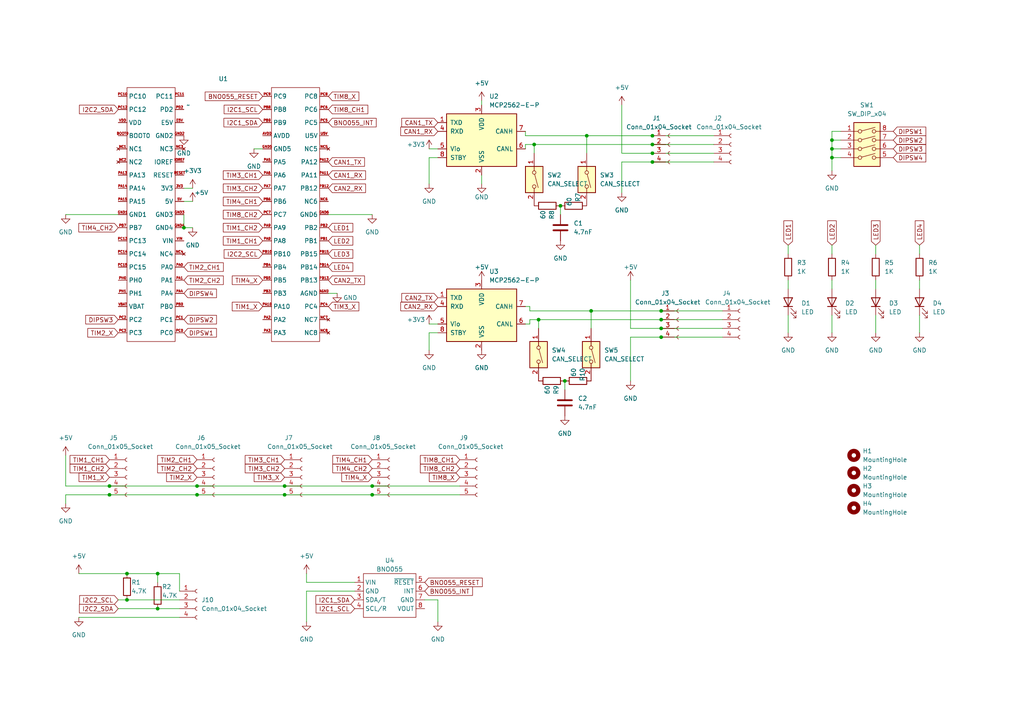
<source format=kicad_sch>
(kicad_sch (version 20230121) (generator eeschema)
  (paper "A4")
  (lib_symbols
    (symbol "BNO055_akituki:BNO055"
      (property "Reference" "U" (at 0 7.62 0))
      (symbol "BNO055_0_1"
        (rectangle (start -7.62 5.08) (end 7.62 -7.62))
      )
      (symbol "BNO055_1_1"
        (pin power_in line (at -10.16 2.54 0) (length 2.54) (name "VIN") (number "1"))
        (pin power_in line (at -10.16 0 0) (length 2.54) (name "GND") (number "2"))
        (pin input line (at -10.16 -2.54 0) (length 2.54) (name "SDA/T") (number "3"))
        (pin input line (at -10.16 -5.08 0) (length 2.54) (name "SCL/R") (number "4"))
        (pin input line (at 10.16 2.54 180) (length 2.54) (name "~{RESET}") (number "5"))
        (pin input line (at 10.16 0 180) (length 2.54) (name "INT") (number "6"))
        (pin power_in line (at 10.16 -2.54 180) (length 2.54) (name "GND") (number "7"))
        (pin output line (at 10.16 -5.08 180) (length 2.54) (name "VOUT") (number "8"))
      )
    )
    (symbol "Connector:Conn_01x04_Socket" (pin_names (offset 1.016) hide)
      (property "Reference" "J" (at 0 5.08 0))
      (property "Value" "Conn_01x04_Socket" (at 0 -7.62 0))
      (symbol "Conn_01x04_Socket_1_1"
        (arc (start 0 -4.572) (mid -0.5058 -5.08) (end 0 -5.588) (stroke (width 0.1524)))
        (arc (start 0 -2.032) (mid -0.5058 -2.54) (end 0 -3.048) (stroke (width 0.1524)))
        (polyline (pts (xy -1.27 -5.08) (xy -0.508 -5.08)) (stroke (width 0.1524)))
        (polyline (pts (xy -1.27 -2.54) (xy -0.508 -2.54)) (stroke (width 0.1524)))
        (polyline (pts (xy -1.27 0) (xy -0.508 0)) (stroke (width 0.1524)))
        (polyline (pts (xy -1.27 2.54) (xy -0.508 2.54)) (stroke (width 0.1524)))
        (arc (start 0 0.508) (mid -0.5058 0) (end 0 -0.508) (stroke (width 0.1524)))
        (arc (start 0 3.048) (mid -0.5058 2.54) (end 0 2.032) (stroke (width 0.1524)))
        (pin passive line (at -5.08 2.54 0) (length 3.81) (name "Pin_1") (number "1"))
        (pin passive line (at -5.08 0 0) (length 3.81) (name "Pin_2") (number "2"))
        (pin passive line (at -5.08 -2.54 0) (length 3.81) (name "Pin_3") (number "3"))
        (pin passive line (at -5.08 -5.08 0) (length 3.81) (name "Pin_4") (number "4"))
      )
    )
    (symbol "Connector:Conn_01x05_Socket" (pin_names (offset 1.016) hide)
      (property "Reference" "J" (at 0 7.62 0))
      (property "Value" "Conn_01x05_Socket" (at 0 -7.62 0))
      (symbol "Conn_01x05_Socket_1_1"
        (arc (start 0 -4.572) (mid -0.5058 -5.08) (end 0 -5.588) (stroke (width 0.1524)))
        (arc (start 0 -2.032) (mid -0.5058 -2.54) (end 0 -3.048) (stroke (width 0.1524)))
        (polyline (pts (xy -1.27 -5.08) (xy -0.508 -5.08)) (stroke (width 0.1524)))
        (polyline (pts (xy -1.27 -2.54) (xy -0.508 -2.54)) (stroke (width 0.1524)))
        (polyline (pts (xy -1.27 0) (xy -0.508 0)) (stroke (width 0.1524)))
        (polyline (pts (xy -1.27 2.54) (xy -0.508 2.54)) (stroke (width 0.1524)))
        (polyline (pts (xy -1.27 5.08) (xy -0.508 5.08)) (stroke (width 0.1524)))
        (arc (start 0 0.508) (mid -0.5058 0) (end 0 -0.508) (stroke (width 0.1524)))
        (arc (start 0 3.048) (mid -0.5058 2.54) (end 0 2.032) (stroke (width 0.1524)))
        (arc (start 0 5.588) (mid -0.5058 5.08) (end 0 4.572) (stroke (width 0.1524)))
        (pin passive line (at -5.08 5.08 0) (length 3.81) (name "Pin_1") (number "1"))
        (pin passive line (at -5.08 2.54 0) (length 3.81) (name "Pin_2") (number "2"))
        (pin passive line (at -5.08 0 0) (length 3.81) (name "Pin_3") (number "3"))
        (pin passive line (at -5.08 -2.54 0) (length 3.81) (name "Pin_4") (number "4"))
        (pin passive line (at -5.08 -5.08 0) (length 3.81) (name "Pin_5") (number "5"))
      )
    )
    (symbol "Device:C" (pin_numbers hide) (pin_names (offset 0.254))
      (property "Reference" "C" (at 0.635 2.54 0))
      (property "Value" "C" (at 0.635 -2.54 0))
      (symbol "C_0_1"
        (polyline (pts (xy -2.032 -0.762) (xy 2.032 -0.762)) (stroke (width 0.508)))
        (polyline (pts (xy -2.032 0.762) (xy 2.032 0.762)) (stroke (width 0.508)))
      )
      (symbol "C_1_1"
        (pin passive line (at 0 3.81 270) (length 2.794) (name "~") (number "1"))
        (pin passive line (at 0 -3.81 90) (length 2.794) (name "~") (number "2"))
      )
    )
    (symbol "Device:LED" (pin_numbers hide) (pin_names (offset 1.016) hide)
      (property "Reference" "D" (at 0 2.54 0))
      (property "Value" "LED" (at 0 -2.54 0))
      (symbol "LED_0_1"
        (polyline (pts (xy -1.27 -1.27) (xy -1.27 1.27)) (stroke (width 0.254)))
        (polyline (pts (xy -1.27 0) (xy 1.27 0)))
        (polyline (pts (xy 1.27 -1.27) (xy 1.27 1.27) (xy -1.27 0) (xy 1.27 -1.27)) (stroke (width 0.254)))
        (polyline (pts (xy -3.048 -0.762) (xy -4.572 -2.286) (xy -3.81 -2.286) (xy -4.572 -2.286) (xy -4.572 -1.524)))
        (polyline (pts (xy -1.778 -0.762) (xy -3.302 -2.286) (xy -2.54 -2.286) (xy -3.302 -2.286) (xy -3.302 -1.524)))
      )
      (symbol "LED_1_1"
        (pin passive line (at -3.81 0 0) (length 2.54) (name "K") (number "1"))
        (pin passive line (at 3.81 0 180) (length 2.54) (name "A") (number "2"))
      )
    )
    (symbol "Device:R" (pin_numbers hide) (pin_names (offset 0))
      (property "Reference" "R" (at 2.032 0 90))
      (property "Value" "R" (at 0 0 90))
      (symbol "R_0_1"
        (rectangle (start -1.016 -2.54) (end 1.016 2.54) (stroke (width 0.254)))
      )
      (symbol "R_1_1"
        (pin passive line (at 0 3.81 270) (length 1.27) (name "~") (number "1"))
        (pin passive line (at 0 -3.81 90) (length 1.27) (name "~") (number "2"))
      )
    )
    (symbol "Interface_CAN_LIN:MCP2562-E-P" (pin_names (offset 1.016))
      (property "Reference" "U" (at -10.16 8.89 0))
      (property "Value" "MCP2562-E-P" (at 2.54 8.89 0))
      (symbol "MCP2562-E-P_0_1"
        (rectangle (start -10.16 7.62) (end 10.16 -7.62) (stroke (width 0.254)) (fill (type background)))
      )
      (symbol "MCP2562-E-P_1_1"
        (pin input line (at -12.7 5.08 0) (length 2.54) (name "TXD") (number "1"))
        (pin power_in line (at 0 -10.16 90) (length 2.54) (name "VSS") (number "2"))
        (pin power_in line (at 0 10.16 270) (length 2.54) (name "VDD") (number "3"))
        (pin output line (at -12.7 2.54 0) (length 2.54) (name "RXD") (number "4"))
        (pin power_in line (at -12.7 -2.54 0) (length 2.54) (name "Vio") (number "5"))
        (pin bidirectional line (at 12.7 -2.54 180) (length 2.54) (name "CANL") (number "6"))
        (pin bidirectional line (at 12.7 2.54 180) (length 2.54) (name "CANH") (number "7"))
        (pin input line (at -12.7 -5.08 0) (length 2.54) (name "STBY") (number "8"))
      )
    )
    (symbol "Mechanical:MountingHole" (pin_names (offset 1.016))
      (property "Reference" "H" (at 0 5.08 0))
      (property "Value" "MountingHole" (at 0 3.175 0))
      (symbol "MountingHole_0_1"
        (circle (center 0 0) (radius 1.27) (stroke (width 1.27)))
      )
    )
    (symbol "Nucleo_F446RE_Footer_original:NucleoF446RE_original"
      (property "Reference" "U" (at 0 36.83 0))
      (symbol "NucleoF446RE_original_0_1"
        (rectangle (start -27.94 33.02) (end -13.97 -40.64))
        (rectangle (start 13.97 33.02) (end 27.94 -40.64))
      )
      (symbol "NucleoF446RE_original_1_1"
        (pin power_in line (at -11.43 3.81 180) (length 2.54) (name "3V3") (number "3V3"))
        (pin power_in line (at -11.43 0 180) (length 2.54) (name "5V") (number "5V"))
        (pin power_in line (at 30.48 -26.67 180) (length 2.54) (name "AGND") (number "AGND"))
        (pin power_in line (at 11.43 19.05 0) (length 2.54) (name "AVDD") (number "AVDD"))
        (pin bidirectional line (at -30.48 19.05 0) (length 2.54) (name "BOOT0") (number "BOOT0"))
        (pin power_in line (at -11.43 22.86 180) (length 2.54) (name "E5V") (number "E5V"))
        (pin power_in line (at -30.48 -3.81 0) (length 2.54) (name "GND1") (number "GND1"))
        (pin power_in line (at -11.43 19.05 180) (length 2.54) (name "GND2") (number "GND2"))
        (pin power_in line (at -11.43 -3.81 180) (length 2.54) (name "GND3") (number "GND3"))
        (pin power_in line (at -11.43 -7.62 180) (length 2.54) (name "GND4") (number "GND4"))
        (pin power_in line (at 11.43 15.24 0) (length 2.54) (name "GND5") (number "GND5"))
        (pin power_in line (at 30.48 -3.81 180) (length 2.54) (name "GND6") (number "GND6"))
        (pin input line (at -11.43 11.43 180) (length 2.54) (name "IOREF") (number "IOREF"))
        (pin no_connect line (at -30.48 15.24 0) (length 2.54) (name "NC1") (number "NC1"))
        (pin no_connect line (at -30.48 11.43 0) (length 2.54) (name "NC2") (number "NC2"))
        (pin no_connect line (at -11.43 15.24 180) (length 2.54) (name "NC3") (number "NC3"))
        (pin no_connect line (at -11.43 -15.24 180) (length 2.54) (name "NC4") (number "NC4"))
        (pin no_connect line (at 30.48 15.24 180) (length 2.54) (name "NC5") (number "NC5"))
        (pin bidirectional line (at 30.48 0 180) (length 2.54) (name "NC6") (number "NC6"))
        (pin no_connect line (at 30.48 -34.29 180) (length 2.54) (name "NC7") (number "NC7"))
        (pin no_connect line (at 30.48 -38.1 180) (length 2.54) (name "NC8") (number "NC8"))
        (pin bidirectional line (at -11.43 -19.05 180) (length 2.54) (name "PA0") (number "PA0"))
        (pin bidirectional line (at -11.43 -22.86 180) (length 2.54) (name "PA1") (number "PA1"))
        (pin bidirectional line (at 11.43 -30.48 0) (length 2.54) (name "PA10") (number "PA10"))
        (pin bidirectional line (at 30.48 7.62 180) (length 2.54) (name "PA11") (number "PA11"))
        (pin bidirectional line (at 30.48 11.43 180) (length 2.54) (name "PA12") (number "PA12"))
        (pin bidirectional line (at -30.48 7.62 0) (length 2.54) (name "PA13") (number "PA13"))
        (pin bidirectional line (at -30.48 3.81 0) (length 2.54) (name "PA14") (number "PA14"))
        (pin bidirectional line (at -30.48 0 0) (length 2.54) (name "PA15") (number "PA15"))
        (pin bidirectional line (at 11.43 -34.29 0) (length 2.54) (name "PA2") (number "PA2"))
        (pin bidirectional line (at 11.43 -38.1 0) (length 2.54) (name "PA3") (number "PA3"))
        (pin bidirectional line (at -11.43 -26.67 180) (length 2.54) (name "PA4") (number "PA4"))
        (pin bidirectional line (at 11.43 11.43 0) (length 2.54) (name "PA5") (number "PA5"))
        (pin bidirectional line (at 11.43 7.62 0) (length 2.54) (name "PA6") (number "PA6"))
        (pin bidirectional line (at 11.43 3.81 0) (length 2.54) (name "PA7") (number "PA7"))
        (pin bidirectional line (at 11.43 -11.43 0) (length 2.54) (name "PA8") (number "PA8"))
        (pin bidirectional line (at 11.43 -7.62 0) (length 2.54) (name "PA9") (number "PA9"))
        (pin bidirectional line (at -11.43 -30.48 180) (length 2.54) (name "PB0") (number "PB0"))
        (pin bidirectional line (at 30.48 -11.43 180) (length 2.54) (name "PB1") (number "PB1"))
        (pin bidirectional line (at 11.43 -15.24 0) (length 2.54) (name "PB10") (number "PB10"))
        (pin bidirectional line (at 30.48 3.81 180) (length 2.54) (name "PB12") (number "PB12"))
        (pin bidirectional line (at 30.48 -22.86 180) (length 2.54) (name "PB13") (number "PB13"))
        (pin bidirectional line (at 30.48 -19.05 180) (length 2.54) (name "PB14") (number "PB14"))
        (pin bidirectional line (at 30.48 -15.24 180) (length 2.54) (name "PB15") (number "PB15"))
        (pin bidirectional line (at 30.48 -7.62 180) (length 2.54) (name "PB2") (number "PB2"))
        (pin bidirectional line (at 11.43 -26.67 0) (length 2.54) (name "PB3") (number "PB3"))
        (pin bidirectional line (at 11.43 -19.05 0) (length 2.54) (name "PB4") (number "PB4"))
        (pin bidirectional line (at 11.43 -22.86 0) (length 2.54) (name "PB5") (number "PB5"))
        (pin bidirectional line (at 11.43 0 0) (length 2.54) (name "PB6") (number "PB6"))
        (pin bidirectional line (at -30.48 -7.62 0) (length 2.54) (name "PB7") (number "PB7"))
        (pin bidirectional line (at 11.43 26.67 0) (length 2.54) (name "PB8") (number "PB8"))
        (pin bidirectional line (at 11.43 22.86 0) (length 2.54) (name "PB9") (number "PB9"))
        (pin bidirectional line (at -11.43 -38.1 180) (length 2.54) (name "PC0") (number "PC0"))
        (pin bidirectional line (at -11.43 -34.29 180) (length 2.54) (name "PC1") (number "PC1"))
        (pin bidirectional line (at -30.48 30.48 0) (length 2.54) (name "PC10") (number "PC10"))
        (pin bidirectional line (at -11.43 30.48 180) (length 2.54) (name "PC11") (number "PC11"))
        (pin bidirectional line (at -30.48 26.67 0) (length 2.54) (name "PC12") (number "PC12"))
        (pin bidirectional line (at -30.48 -11.43 0) (length 2.54) (name "PC13") (number "PC13"))
        (pin bidirectional line (at -30.48 -15.24 0) (length 2.54) (name "PC14") (number "PC14"))
        (pin bidirectional line (at -30.48 -19.05 0) (length 2.54) (name "PC15") (number "PC15"))
        (pin bidirectional line (at -30.48 -34.29 0) (length 2.54) (name "PC2") (number "PC2"))
        (pin bidirectional line (at -30.48 -38.1 0) (length 2.54) (name "PC3") (number "PC3"))
        (pin bidirectional line (at 30.48 -30.48 180) (length 2.54) (name "PC4") (number "PC4"))
        (pin bidirectional line (at 30.48 22.86 180) (length 2.54) (name "PC5") (number "PC5"))
        (pin bidirectional line (at 30.48 26.67 180) (length 2.54) (name "PC6") (number "PC6"))
        (pin bidirectional line (at 11.43 -3.81 0) (length 2.54) (name "PC7") (number "PC7"))
        (pin bidirectional line (at 30.48 30.48 180) (length 2.54) (name "PC8") (number "PC8"))
        (pin bidirectional line (at 11.43 30.48 0) (length 2.54) (name "PC9") (number "PC9"))
        (pin bidirectional line (at -11.43 26.67 180) (length 2.54) (name "PD2") (number "PD2"))
        (pin bidirectional line (at -30.48 -22.86 0) (length 2.54) (name "PH0") (number "PH0"))
        (pin bidirectional line (at -30.48 -26.67 0) (length 2.54) (name "PH1") (number "PH1"))
        (pin input line (at -11.43 7.62 180) (length 2.54) (name "RESET") (number "RESET"))
        (pin power_in line (at 30.48 19.05 180) (length 2.54) (name "U5V") (number "U5V"))
        (pin power_in line (at -30.48 -30.48 0) (length 2.54) (name "VBAT") (number "VBAT"))
        (pin power_in line (at -30.48 22.86 0) (length 2.54) (name "VDD") (number "VDD"))
        (pin power_in line (at -11.43 -11.43 180) (length 2.54) (name "VIN") (number "VIN"))
      )
    )
    (symbol "Switch:SW_DIP_x01" (pin_names (offset 0) hide)
      (property "Reference" "SW" (at 0 3.81 0))
      (property "Value" "SW_DIP_x01" (at 0 -3.81 0))
      (symbol "SW_DIP_x01_0_0"
        (circle (center -2.032 0) (radius 0.508))
        (polyline (pts (xy -1.524 0.127) (xy 2.3622 1.1684)))
        (circle (center 2.032 0) (radius 0.508))
      )
      (symbol "SW_DIP_x01_0_1"
        (rectangle (start -3.81 2.54) (end 3.81 -2.54) (stroke (width 0.254)) (fill (type background)))
      )
      (symbol "SW_DIP_x01_1_1"
        (pin passive line (at -7.62 0 0) (length 5.08) (name "~") (number "1"))
        (pin passive line (at 7.62 0 180) (length 5.08) (name "~") (number "2"))
      )
    )
    (symbol "Switch:SW_DIP_x04" (pin_names (offset 0) hide)
      (property "Reference" "SW" (at 0 8.89 0))
      (property "Value" "SW_DIP_x04" (at 0 -6.35 0))
      (symbol "SW_DIP_x04_0_0"
        (circle (center -2.032 -2.54) (radius 0.508))
        (circle (center -2.032 0) (radius 0.508))
        (circle (center -2.032 2.54) (radius 0.508))
        (circle (center -2.032 5.08) (radius 0.508))
        (polyline (pts (xy -1.524 -2.3876) (xy 2.3622 -1.3462)))
        (polyline (pts (xy -1.524 0.127) (xy 2.3622 1.1684)))
        (polyline (pts (xy -1.524 2.667) (xy 2.3622 3.7084)))
        (polyline (pts (xy -1.524 5.207) (xy 2.3622 6.2484)))
        (circle (center 2.032 -2.54) (radius 0.508))
        (circle (center 2.032 0) (radius 0.508))
        (circle (center 2.032 2.54) (radius 0.508))
        (circle (center 2.032 5.08) (radius 0.508))
      )
      (symbol "SW_DIP_x04_0_1"
        (rectangle (start -3.81 7.62) (end 3.81 -5.08) (stroke (width 0.254)) (fill (type background)))
      )
      (symbol "SW_DIP_x04_1_1"
        (pin passive line (at -7.62 5.08 0) (length 5.08) (name "~") (number "1"))
        (pin passive line (at -7.62 2.54 0) (length 5.08) (name "~") (number "2"))
        (pin passive line (at -7.62 0 0) (length 5.08) (name "~") (number "3"))
        (pin passive line (at -7.62 -2.54 0) (length 5.08) (name "~") (number "4"))
        (pin passive line (at 7.62 -2.54 180) (length 5.08) (name "~") (number "5"))
        (pin passive line (at 7.62 0 180) (length 5.08) (name "~") (number "6"))
        (pin passive line (at 7.62 2.54 180) (length 5.08) (name "~") (number "7"))
        (pin passive line (at 7.62 5.08 180) (length 5.08) (name "~") (number "8"))
      )
    )
    (symbol "power:+3V3" (power) (pin_names (offset 0))
      (property "Value" "+3V3" (at 0 3.556 0))
      (symbol "+3V3_0_1"
        (polyline (pts (xy -0.762 1.27) (xy 0 2.54)))
        (polyline (pts (xy 0 0) (xy 0 2.54)))
        (polyline (pts (xy 0 2.54) (xy 0.762 1.27)))
      )
      (symbol "+3V3_1_1"
        (pin power_in line (at 0 0 90) (length 0) hide (name "+3V3") (number "1"))
      )
    )
    (symbol "power:+5V" (power) (pin_names (offset 0))
      (property "Value" "+5V" (at 0 3.556 0))
      (symbol "+5V_0_1"
        (polyline (pts (xy -0.762 1.27) (xy 0 2.54)))
        (polyline (pts (xy 0 0) (xy 0 2.54)))
        (polyline (pts (xy 0 2.54) (xy 0.762 1.27)))
      )
      (symbol "+5V_1_1"
        (pin power_in line (at 0 0 90) (length 0) hide (name "+5V") (number "1"))
      )
    )
    (symbol "power:GND" (power) (pin_names (offset 0))
      (property "Value" "GND" (at 0 -3.81 0))
      (symbol "GND_0_1"
        (polyline (pts (xy 0 0) (xy 0 -1.27) (xy 1.27 -1.27) (xy 0 -2.54) (xy -1.27 -1.27) (xy 0 -1.27)))
      )
      (symbol "GND_1_1"
        (pin power_in line (at 0 0 270) (length 0) hide (name "GND") (number "1"))
      )
    )
  )
  (junction (at 191.77 92.71))
  (junction (at 82.55 143.51))
  (junction (at 57.15 140.97))
  (junction (at 31.75 140.97))
  (junction (at 189.23 46.99))
  (junction (at 170.18 39.37))
  (junction (at 191.77 95.25))
  (junction (at 82.55 140.97))
  (junction (at 189.23 41.91))
  (junction (at 163.83 110.49))
  (junction (at 189.23 44.45))
  (junction (at 53.34 66.04))
  (junction (at 191.77 90.17))
  (junction (at 241.3 45.72))
  (junction (at 107.95 140.97))
  (junction (at 171.45 90.17))
  (junction (at 189.23 39.37))
  (junction (at 191.77 97.79))
  (junction (at 154.94 41.91))
  (junction (at 45.72 176.53))
  (junction (at 57.15 143.51))
  (junction (at 156.21 92.71))
  (junction (at 45.72 166.37))
  (junction (at 162.56 59.69))
  (junction (at 241.3 40.64))
  (junction (at 241.3 43.18))
  (junction (at 36.83 166.37))
  (junction (at 36.83 173.99))
  (junction (at 31.75 143.51))
  (junction (at 107.95 143.51))
  (wire (pts (xy 182.88 81.28) (xy 182.88 95.25)))
  (wire (pts (xy 241.3 38.1) (xy 241.3 40.64)))
  (wire (pts (xy 228.6 81.28) (xy 228.6 83.82)))
  (wire (pts (xy 152.4 39.37) (xy 170.18 39.37)))
  (wire (pts (xy 162.56 59.69) (xy 162.56 62.23)))
  (wire (pts (xy 171.45 90.17) (xy 191.77 90.17)))
  (wire (pts (xy 124.46 96.52) (xy 127 96.52)))
  (wire (pts (xy 88.9 171.45) (xy 102.87 171.45)))
  (wire (pts (xy 34.29 173.99) (xy 36.83 173.99)))
  (wire (pts (xy 139.7 29.21) (xy 139.7 30.48)))
  (wire (pts (xy 170.18 39.37) (xy 170.18 44.45)))
  (wire (pts (xy 124.46 93.98) (xy 127 93.98)))
  (wire (pts (xy 241.3 45.72) (xy 241.3 49.53)))
  (wire (pts (xy 241.3 45.72) (xy 243.84 45.72)))
  (wire (pts (xy 95.25 62.23) (xy 107.95 62.23)))
  (wire (pts (xy 254 91.44) (xy 254 96.52)))
  (wire (pts (xy 22.86 166.37) (xy 36.83 166.37)))
  (wire (pts (xy 266.7 71.12) (xy 266.7 73.66)))
  (wire (pts (xy 241.3 43.18) (xy 241.3 45.72)))
  (wire (pts (xy 180.34 44.45) (xy 189.23 44.45)))
  (wire (pts (xy 124.46 43.18) (xy 127 43.18)))
  (wire (pts (xy 19.05 140.97) (xy 31.75 140.97)))
  (wire (pts (xy 156.21 92.71) (xy 156.21 95.25)))
  (wire (pts (xy 45.72 168.91) (xy 45.72 166.37)))
  (wire (pts (xy 88.9 180.34) (xy 88.9 171.45)))
  (wire (pts (xy 189.23 44.45) (xy 207.01 44.45)))
  (wire (pts (xy 107.95 140.97) (xy 133.35 140.97)))
  (wire (pts (xy 102.87 168.91) (xy 88.9 168.91)))
  (wire (pts (xy 57.15 143.51) (xy 82.55 143.51)))
  (wire (pts (xy 53.34 66.04) (xy 55.88 66.04)))
  (wire (pts (xy 153.67 92.71) (xy 156.21 92.71)))
  (wire (pts (xy 180.34 46.99) (xy 189.23 46.99)))
  (wire (pts (xy 124.46 45.72) (xy 124.46 53.34)))
  (wire (pts (xy 36.83 166.37) (xy 45.72 166.37)))
  (wire (pts (xy 243.84 38.1) (xy 241.3 38.1)))
  (wire (pts (xy 124.46 45.72) (xy 127 45.72)))
  (wire (pts (xy 191.77 95.25) (xy 209.55 95.25)))
  (wire (pts (xy 22.86 179.07) (xy 52.07 179.07)))
  (wire (pts (xy 191.77 97.79) (xy 209.55 97.79)))
  (wire (pts (xy 31.75 140.97) (xy 57.15 140.97)))
  (wire (pts (xy 189.23 46.99) (xy 207.01 46.99)))
  (wire (pts (xy 154.94 41.91) (xy 154.94 44.45)))
  (wire (pts (xy 153.67 90.17) (xy 171.45 90.17)))
  (wire (pts (xy 57.15 140.97) (xy 82.55 140.97)))
  (wire (pts (xy 241.3 40.64) (xy 241.3 43.18)))
  (wire (pts (xy 163.83 110.49) (xy 163.83 113.03)))
  (wire (pts (xy 53.34 62.23) (xy 53.34 66.04)))
  (wire (pts (xy 153.67 90.17) (xy 153.67 88.9)))
  (wire (pts (xy 124.46 96.52) (xy 124.46 101.6)))
  (wire (pts (xy 241.3 40.64) (xy 243.84 40.64)))
  (wire (pts (xy 34.29 176.53) (xy 45.72 176.53)))
  (wire (pts (xy 154.94 41.91) (xy 189.23 41.91)))
  (wire (pts (xy 266.7 81.28) (xy 266.7 83.82)))
  (wire (pts (xy 31.75 143.51) (xy 57.15 143.51)))
  (wire (pts (xy 88.9 166.37) (xy 88.9 168.91)))
  (wire (pts (xy 139.7 50.8) (xy 139.7 53.34)))
  (wire (pts (xy 228.6 91.44) (xy 228.6 96.52)))
  (wire (pts (xy 152.4 88.9) (xy 153.67 88.9)))
  (wire (pts (xy 36.83 173.99) (xy 52.07 173.99)))
  (wire (pts (xy 241.3 81.28) (xy 241.3 83.82)))
  (wire (pts (xy 254 81.28) (xy 254 83.82)))
  (wire (pts (xy 123.19 173.99) (xy 127 173.99)))
  (wire (pts (xy 170.18 39.37) (xy 189.23 39.37)))
  (wire (pts (xy 52.07 166.37) (xy 52.07 171.45)))
  (wire (pts (xy 45.72 176.53) (xy 52.07 176.53)))
  (wire (pts (xy 182.88 97.79) (xy 191.77 97.79)))
  (wire (pts (xy 82.55 143.51) (xy 107.95 143.51)))
  (wire (pts (xy 182.88 95.25) (xy 191.77 95.25)))
  (wire (pts (xy 127 173.99) (xy 127 180.34)))
  (wire (pts (xy 191.77 90.17) (xy 209.55 90.17)))
  (wire (pts (xy 191.77 92.71) (xy 209.55 92.71)))
  (wire (pts (xy 95.25 85.09) (xy 97.79 85.09)))
  (wire (pts (xy 180.34 46.99) (xy 180.34 55.88)))
  (wire (pts (xy 45.72 166.37) (xy 52.07 166.37)))
  (wire (pts (xy 180.34 30.48) (xy 180.34 44.45)))
  (wire (pts (xy 55.88 58.42) (xy 53.34 58.42)))
  (wire (pts (xy 241.3 43.18) (xy 243.84 43.18)))
  (wire (pts (xy 171.45 90.17) (xy 171.45 95.25)))
  (wire (pts (xy 241.3 91.44) (xy 241.3 96.52)))
  (wire (pts (xy 189.23 39.37) (xy 207.01 39.37)))
  (wire (pts (xy 107.95 143.51) (xy 133.35 143.51)))
  (wire (pts (xy 182.88 97.79) (xy 182.88 110.49)))
  (wire (pts (xy 266.7 91.44) (xy 266.7 96.52)))
  (wire (pts (xy 19.05 146.05) (xy 19.05 143.51)))
  (wire (pts (xy 156.21 92.71) (xy 191.77 92.71)))
  (wire (pts (xy 228.6 71.12) (xy 228.6 73.66)))
  (wire (pts (xy 189.23 41.91) (xy 207.01 41.91)))
  (wire (pts (xy 152.4 93.98) (xy 153.67 93.98)))
  (wire (pts (xy 153.67 93.98) (xy 153.67 92.71)))
  (wire (pts (xy 53.34 54.61) (xy 55.88 54.61)))
  (wire (pts (xy 152.4 41.91) (xy 154.94 41.91)))
  (wire (pts (xy 73.66 43.18) (xy 76.2 43.18)))
  (wire (pts (xy 152.4 41.91) (xy 152.4 43.18)))
  (wire (pts (xy 152.4 38.1) (xy 152.4 39.37)))
  (wire (pts (xy 19.05 132.08) (xy 19.05 140.97)))
  (wire (pts (xy 241.3 71.12) (xy 241.3 73.66)))
  (wire (pts (xy 82.55 140.97) (xy 107.95 140.97)))
  (wire (pts (xy 254 71.12) (xy 254 73.66)))
  (wire (pts (xy 19.05 143.51) (xy 31.75 143.51)))
  (wire (pts (xy 19.05 62.23) (xy 34.29 62.23)))
  (global_label "I2C1_SCL" (shape input) (at 76.2 31.75 180) (property "Intersheetrefs" "${INTERSHEET_REFS}" (effects hide)))
  (global_label "TIM8_X" (shape input) (at 95.25 27.94 0) (property "Intersheetrefs" "${INTERSHEET_REFS}" (effects hide)))
  (global_label "TIM2_CH2" (shape input) (at 57.15 135.89 180) (property "Intersheetrefs" "${INTERSHEET_REFS}" (effects hide)))
  (global_label "TIM1_CH1" (shape input) (at 76.2 69.85 180) (property "Intersheetrefs" "${INTERSHEET_REFS}" (effects hide)))
  (global_label "TIM2_CH1" (shape input) (at 57.15 133.35 180) (property "Intersheetrefs" "${INTERSHEET_REFS}" (effects hide)))
  (global_label "TIM2_CH2" (shape input) (at 53.34 81.28 0) (property "Intersheetrefs" "${INTERSHEET_REFS}" (effects hide)))
  (global_label "TIM2_X" (shape input) (at 57.15 138.43 180) (property "Intersheetrefs" "${INTERSHEET_REFS}" (effects hide)))
  (global_label "TIM3_CH2" (shape input) (at 76.2 54.61 180) (property "Intersheetrefs" "${INTERSHEET_REFS}" (effects hide)))
  (global_label "LED4" (shape input) (at 266.7 71.12 90) (property "Intersheetrefs" "${INTERSHEET_REFS}" (effects hide)))
  (global_label "CAN1_TX" (shape input) (at 95.25 46.99 0) (property "Intersheetrefs" "${INTERSHEET_REFS}" (effects hide)))
  (global_label "TIM8_CH2" (shape input) (at 76.2 62.23 180) (property "Intersheetrefs" "${INTERSHEET_REFS}" (effects hide)))
  (global_label "TIM3_X" (shape input) (at 95.25 88.9 0) (property "Intersheetrefs" "${INTERSHEET_REFS}" (effects hide)))
  (global_label "TIM8_CH2" (shape input) (at 133.35 135.89 180) (property "Intersheetrefs" "${INTERSHEET_REFS}" (effects hide)))
  (global_label "CAN1_RX" (shape input) (at 95.25 50.8 0) (property "Intersheetrefs" "${INTERSHEET_REFS}" (effects hide)))
  (global_label "BNO055_RESET" (shape input) (at 123.19 168.91 0) (property "Intersheetrefs" "${INTERSHEET_REFS}" (effects hide)))
  (global_label "I2C1_SDA" (shape input) (at 102.87 173.99 180) (property "Intersheetrefs" "${INTERSHEET_REFS}" (effects hide)))
  (global_label "TIM8_X" (shape input) (at 133.35 138.43 180) (property "Intersheetrefs" "${INTERSHEET_REFS}" (effects hide)))
  (global_label "TIM3_CH2" (shape input) (at 82.55 135.89 180) (property "Intersheetrefs" "${INTERSHEET_REFS}" (effects hide)))
  (global_label "TIM4_X" (shape input) (at 107.95 138.43 180) (property "Intersheetrefs" "${INTERSHEET_REFS}" (effects hide)))
  (global_label "CAN1_TX" (shape input) (at 127 35.56 180) (property "Intersheetrefs" "${INTERSHEET_REFS}" (effects hide)))
  (global_label "TIM4_CH2" (shape input) (at 34.29 66.04 180) (property "Intersheetrefs" "${INTERSHEET_REFS}" (effects hide)))
  (global_label "TIM8_CH1" (shape input) (at 133.35 133.35 180) (property "Intersheetrefs" "${INTERSHEET_REFS}" (effects hide)))
  (global_label "TIM8_CH1" (shape input) (at 95.25 31.75 0) (property "Intersheetrefs" "${INTERSHEET_REFS}" (effects hide)))
  (global_label "TIM1_CH2" (shape input) (at 31.75 135.89 180) (property "Intersheetrefs" "${INTERSHEET_REFS}" (effects hide)))
  (global_label "TIM4_CH1" (shape input) (at 107.95 133.35 180) (property "Intersheetrefs" "${INTERSHEET_REFS}" (effects hide)))
  (global_label "CAN2_TX" (shape input) (at 127 86.36 180) (property "Intersheetrefs" "${INTERSHEET_REFS}" (effects hide)))
  (global_label "I2C2_SCL" (shape input) (at 34.29 173.99 180) (property "Intersheetrefs" "${INTERSHEET_REFS}" (effects hide)))
  (global_label "TIM1_CH1" (shape input) (at 31.75 133.35 180) (property "Intersheetrefs" "${INTERSHEET_REFS}" (effects hide)))
  (global_label "I2C2_SDA" (shape input) (at 34.29 176.53 180) (property "Intersheetrefs" "${INTERSHEET_REFS}" (effects hide)))
  (global_label "DIPSW1" (shape input) (at 259.08 38.1 0) (property "Intersheetrefs" "${INTERSHEET_REFS}" (effects hide)))
  (global_label "BNO055_RESET" (shape input) (at 76.2 27.94 180) (property "Intersheetrefs" "${INTERSHEET_REFS}" (effects hide)))
  (global_label "TIM3_CH1" (shape input) (at 76.2 50.8 180) (property "Intersheetrefs" "${INTERSHEET_REFS}" (effects hide)))
  (global_label "TIM2_X" (shape input) (at 34.29 96.52 180) (property "Intersheetrefs" "${INTERSHEET_REFS}" (effects hide)))
  (global_label "LED3" (shape input) (at 95.25 73.66 0) (property "Intersheetrefs" "${INTERSHEET_REFS}" (effects hide)))
  (global_label "LED2" (shape input) (at 95.25 69.85 0) (property "Intersheetrefs" "${INTERSHEET_REFS}" (effects hide)))
  (global_label "DIPSW4" (shape input) (at 259.08 45.72 0) (property "Intersheetrefs" "${INTERSHEET_REFS}" (effects hide)))
  (global_label "DIPSW3" (shape input) (at 34.29 92.71 180) (property "Intersheetrefs" "${INTERSHEET_REFS}" (effects hide)))
  (global_label "DIPSW2" (shape input) (at 53.34 92.71 0) (property "Intersheetrefs" "${INTERSHEET_REFS}" (effects hide)))
  (global_label "BNO055_INT" (shape input) (at 95.25 35.56 0) (property "Intersheetrefs" "${INTERSHEET_REFS}" (effects hide)))
  (global_label "DIPSW4" (shape input) (at 53.34 85.09 0) (property "Intersheetrefs" "${INTERSHEET_REFS}" (effects hide)))
  (global_label "I2C1_SDA" (shape input) (at 76.2 35.56 180) (property "Intersheetrefs" "${INTERSHEET_REFS}" (effects hide)))
  (global_label "TIM1_CH2" (shape input) (at 76.2 66.04 180) (property "Intersheetrefs" "${INTERSHEET_REFS}" (effects hide)))
  (global_label "DIPSW2" (shape input) (at 259.08 40.64 0) (property "Intersheetrefs" "${INTERSHEET_REFS}" (effects hide)))
  (global_label "LED1" (shape input) (at 228.6 71.12 90) (property "Intersheetrefs" "${INTERSHEET_REFS}" (effects hide)))
  (global_label "LED3" (shape input) (at 254 71.12 90) (property "Intersheetrefs" "${INTERSHEET_REFS}" (effects hide)))
  (global_label "CAN2_RX" (shape input) (at 95.25 54.61 0) (property "Intersheetrefs" "${INTERSHEET_REFS}" (effects hide)))
  (global_label "I2C1_SCL" (shape input) (at 102.87 176.53 180) (property "Intersheetrefs" "${INTERSHEET_REFS}" (effects hide)))
  (global_label "BNO055_INT" (shape input) (at 123.19 171.45 0) (property "Intersheetrefs" "${INTERSHEET_REFS}" (effects hide)))
  (global_label "LED1" (shape input) (at 95.25 66.04 0) (property "Intersheetrefs" "${INTERSHEET_REFS}" (effects hide)))
  (global_label "CAN2_TX" (shape input) (at 95.25 81.28 0) (property "Intersheetrefs" "${INTERSHEET_REFS}" (effects hide)))
  (global_label "TIM1_X" (shape input) (at 76.2 88.9 180) (property "Intersheetrefs" "${INTERSHEET_REFS}" (effects hide)))
  (global_label "LED2" (shape input) (at 241.3 71.12 90) (property "Intersheetrefs" "${INTERSHEET_REFS}" (effects hide)))
  (global_label "I2C2_SCL" (shape input) (at 76.2 73.66 180) (property "Intersheetrefs" "${INTERSHEET_REFS}" (effects hide)))
  (global_label "CAN2_RX" (shape input) (at 127 88.9 180) (property "Intersheetrefs" "${INTERSHEET_REFS}" (effects hide)))
  (global_label "CAN1_RX" (shape input) (at 127 38.1 180) (property "Intersheetrefs" "${INTERSHEET_REFS}" (effects hide)))
  (global_label "TIM1_X" (shape input) (at 31.75 138.43 180) (property "Intersheetrefs" "${INTERSHEET_REFS}" (effects hide)))
  (global_label "LED4" (shape input) (at 95.25 77.47 0) (property "Intersheetrefs" "${INTERSHEET_REFS}" (effects hide)))
  (global_label "TIM4_CH1" (shape input) (at 76.2 58.42 180) (property "Intersheetrefs" "${INTERSHEET_REFS}" (effects hide)))
  (global_label "DIPSW3" (shape input) (at 259.08 43.18 0) (property "Intersheetrefs" "${INTERSHEET_REFS}" (effects hide)))
  (global_label "DIPSW1" (shape input) (at 53.34 96.52 0) (property "Intersheetrefs" "${INTERSHEET_REFS}" (effects hide)))
  (global_label "TIM4_X" (shape input) (at 76.2 81.28 180) (property "Intersheetrefs" "${INTERSHEET_REFS}" (effects hide)))
  (global_label "TIM2_CH1" (shape input) (at 53.34 77.47 0) (property "Intersheetrefs" "${INTERSHEET_REFS}" (effects hide)))
  (global_label "I2C2_SDA" (shape input) (at 34.29 31.75 180) (property "Intersheetrefs" "${INTERSHEET_REFS}" (effects hide)))
  (global_label "TIM4_CH2" (shape input) (at 107.95 135.89 180) (property "Intersheetrefs" "${INTERSHEET_REFS}" (effects hide)))
  (global_label "TIM3_X" (shape input) (at 82.55 138.43 180) (property "Intersheetrefs" "${INTERSHEET_REFS}" (effects hide)))
  (global_label "TIM3_CH1" (shape input) (at 82.55 133.35 180) (property "Intersheetrefs" "${INTERSHEET_REFS}" (effects hide)))
  (symbol (lib_id "power:GND") (at 124.46 53.34 0) (unit 1)
    (property "Reference" "#PWR016" (effects hide))
    (property "Value" "GND" (at 124.46 58.42 0))
  )
  (symbol (lib_id "Device:LED") (at 266.7 87.63 90) (unit 1)
    (property "Reference" "D4" (at 270.51 87.9475 90) (effects (justify right)))
    (property "Value" "LED" (at 270.51 90.4875 90) (effects (justify right)))
    (property "Footprint" "LED_THT:LED_D3.0mm" (effects hide))
  )
  (symbol (lib_id "Connector:Conn_01x04_Socket") (at 57.15 173.99 0) (unit 1)
    (property "Reference" "J10" (at 58.42 173.99 0) (effects (justify left)))
    (property "Value" "Conn_01x04_Socket" (at 58.42 176.53 0) (effects (justify left)))
    (property "Footprint" "Connector_JST:JST_XA_B04B-XASK-1_1x04_P2.50mm_Vertical" (effects hide))
  )
  (symbol (lib_id "Switch:SW_DIP_x04") (at 251.46 43.18 0) (unit 1)
    (property "Reference" "SW1" (at 251.46 30.48 0))
    (property "Value" "SW_DIP_x04" (at 251.46 33.02 0))
    (property "Footprint" "Package_DIP:DIP-8_W7.62mm" (effects hide))
  )
  (symbol (lib_id "Device:R") (at 45.72 172.72 0) (unit 1)
    (property "Reference" "R2" (at 46.99 170.18 0) (effects (justify left)))
    (property "Value" "4.7K" (at 46.99 172.72 0) (effects (justify left)))
    (property "Footprint" "Resistor_THT:R_Axial_DIN0207_L6.3mm_D2.5mm_P7.62mm_Horizontal" (effects hide))
  )
  (symbol (lib_id "power:GND") (at 19.05 62.23 0) (unit 1)
    (property "Reference" "#PWR03" (effects hide))
    (property "Value" "GND" (at 19.05 67.31 0))
  )
  (symbol (lib_id "Connector:Conn_01x04_Socket") (at 212.09 41.91 0) (unit 1)
    (property "Reference" "J2" (at 207.01 34.29 0) (effects (justify left)))
    (property "Value" "Conn_01x04_Socket" (at 201.93 36.83 0) (effects (justify left)))
    (property "Footprint" "Connector_JST:JST_XA_S04B-XASK-1_1x04_P2.50mm_Horizontal" (effects hide))
  )
  (symbol (lib_id "power:+5V") (at 22.86 166.37 0) (unit 1)
    (property "Reference" "#PWR021" (effects hide))
    (property "Value" "+5V" (at 22.86 161.29 0))
  )
  (symbol (lib_id "Mechanical:MountingHole") (at 247.65 137.16 0) (unit 1)
    (property "Reference" "H2" (at 250.19 135.89 0) (effects (justify left)))
    (property "Value" "MountingHole" (at 250.19 138.43 0) (effects (justify left)))
    (property "Footprint" "MountingHole:MountingHole_3.2mm_M3" (effects hide))
  )
  (symbol (lib_id "power:+5V") (at 180.34 30.48 0) (unit 1)
    (property "Reference" "#PWR09" (effects hide))
    (property "Value" "+5V" (at 180.34 25.4 0))
  )
  (symbol (lib_id "Connector:Conn_01x05_Socket") (at 87.63 138.43 0) (unit 1)
    (property "Reference" "J7" (at 82.55 127 0) (effects (justify left)))
    (property "Value" "Conn_01x05_Socket" (at 77.47 129.54 0) (effects (justify left)))
    (property "Footprint" "Connector_JST:JST_XA_B05B-XASK-1_1x05_P2.50mm_Vertical" (effects hide))
  )
  (symbol (lib_id "power:GND") (at 88.9 180.34 0) (unit 1)
    (property "Reference" "#PWR024" (effects hide))
    (property "Value" "GND" (at 88.9 185.42 0))
  )
  (symbol (lib_id "power:GND") (at 254 96.52 0) (unit 1)
    (property "Reference" "#PWR029" (effects hide))
    (property "Value" "GND" (at 254 101.6 0))
  )
  (symbol (lib_id "power:+3V3") (at 124.46 43.18 0) (unit 1)
    (property "Reference" "#PWR018" (effects hide))
    (property "Value" "+3V3" (at 120.65 41.91 0))
  )
  (symbol (lib_id "Connector:Conn_01x04_Socket") (at 194.31 41.91 0) (unit 1)
    (property "Reference" "J1" (at 189.23 34.29 0) (effects (justify left)))
    (property "Value" "Conn_01x04_Socket" (at 181.61 36.83 0) (effects (justify left)))
    (property "Footprint" "Connector_JST:JST_XA_S04B-XASK-1_1x04_P2.50mm_Horizontal" (effects hide))
  )
  (symbol (lib_id "power:GND") (at 127 180.34 0) (unit 1)
    (property "Reference" "#PWR025" (effects hide))
    (property "Value" "GND" (at 127 185.42 0))
  )
  (symbol (lib_id "Device:R") (at 160.02 110.49 270) (unit 1)
    (property "Reference" "R9" (at 161.29 111.76 0) (effects (justify left)))
    (property "Value" "60" (at 158.75 111.76 0) (effects (justify left)))
    (property "Footprint" "Resistor_THT:R_Axial_DIN0204_L3.6mm_D1.6mm_P7.62mm_Horizontal" (effects hide))
  )
  (symbol (lib_id "power:GND") (at 107.95 62.23 0) (unit 1)
    (property "Reference" "#PWR033" (effects hide))
    (property "Value" "GND" (at 107.95 67.31 0))
  )
  (symbol (lib_id "power:GND") (at 73.66 43.18 0) (unit 1)
    (property "Reference" "#PWR05" (effects hide))
    (property "Value" "GND" (at 73.66 48.26 0))
  )
  (symbol (lib_id "power:GND") (at 22.86 179.07 0) (unit 1)
    (property "Reference" "#PWR022" (effects hide))
    (property "Value" "GND" (at 22.86 184.15 0))
  )
  (symbol (lib_id "Device:R") (at 228.6 77.47 0) (unit 1)
    (property "Reference" "R3" (at 231.14 76.2 0) (effects (justify left)))
    (property "Value" "1K" (at 231.14 78.74 0) (effects (justify left)))
    (property "Footprint" "Resistor_THT:R_Axial_DIN0207_L6.3mm_D2.5mm_P7.62mm_Horizontal" (effects hide))
  )
  (symbol (lib_id "Device:LED") (at 254 87.63 90) (unit 1)
    (property "Reference" "D3" (at 257.81 87.9475 90) (effects (justify right)))
    (property "Value" "LED" (at 257.81 90.4875 90) (effects (justify right)))
    (property "Footprint" "LED_THT:LED_D3.0mm" (effects hide))
  )
  (symbol (lib_id "power:GND") (at 19.05 146.05 0) (unit 1)
    (property "Reference" "#PWR020" (effects hide))
    (property "Value" "GND" (at 19.05 151.13 0))
  )
  (symbol (lib_id "Device:C") (at 162.56 66.04 0) (unit 1)
    (property "Reference" "C1" (at 166.37 64.77 0) (effects (justify left)))
    (property "Value" "4.7nF" (at 166.37 67.31 0) (effects (justify left)))
    (property "Footprint" "Capacitor_THT:C_Disc_D4.3mm_W1.9mm_P5.00mm" (effects hide))
  )
  (symbol (lib_id "power:+3V3") (at 55.88 54.61 0) (unit 1)
    (property "Reference" "#PWR08" (effects hide))
    (property "Value" "+3V3" (at 55.88 49.53 0))
  )
  (symbol (lib_id "power:+5V") (at 55.88 58.42 0) (unit 1)
    (property "Reference" "#PWR01" (effects hide))
    (property "Value" "+5V" (at 58.42 55.88 0))
  )
  (symbol (lib_id "Interface_CAN_LIN:MCP2562-E-P") (at 139.7 40.64 0) (unit 1)
    (property "Reference" "U2" (at 141.8941 27.94 0) (effects (justify left)))
    (property "Value" "MCP2562-E-P" (at 141.8941 30.48 0) (effects (justify left)))
    (property "Footprint" "Package_DIP:DIP-8_W7.62mm" (effects hide))
    (property "Datasheet" "http://ww1.microchip.com/downloads/en/DeviceDoc/25167A.pdf" (effects hide))
  )
  (symbol (lib_id "power:+5V") (at 182.88 81.28 0) (unit 1)
    (property "Reference" "#PWR011" (effects hide))
    (property "Value" "+5V" (at 182.88 77.47 0))
  )
  (symbol (lib_id "power:GND") (at 53.34 39.37 0) (unit 1)
    (property "Reference" "#PWR034" (effects hide))
    (property "Value" "GND" (at 53.34 44.45 0))
  )
  (symbol (lib_id "power:+3V3") (at 124.46 93.98 0) (unit 1)
    (property "Reference" "#PWR017" (effects hide))
    (property "Value" "+3V3" (at 120.65 92.71 0))
  )
  (symbol (lib_id "power:GND") (at 139.7 101.6 0) (unit 1)
    (property "Reference" "#PWR014" (effects hide))
    (property "Value" "GND" (at 139.7 106.68 0))
  )
  (symbol (lib_id "power:+5V") (at 19.05 132.08 0) (unit 1)
    (property "Reference" "#PWR019" (effects hide))
    (property "Value" "+5V" (at 19.05 127 0))
  )
  (symbol (lib_id "power:GND") (at 139.7 53.34 0) (unit 1)
    (property "Reference" "#PWR06" (effects hide))
    (property "Value" "GND" (at 139.7 57.15 0))
  )
  (symbol (lib_id "power:GND") (at 241.3 49.53 0) (unit 1)
    (property "Reference" "#PWR026" (effects hide))
    (property "Value" "GND" (at 241.3 54.61 0))
  )
  (symbol (lib_id "power:GND") (at 180.34 55.88 0) (unit 1)
    (property "Reference" "#PWR010" (effects hide))
    (property "Value" "GND" (at 180.34 60.96 0))
  )
  (symbol (lib_id "Device:R") (at 254 77.47 0) (unit 1)
    (property "Reference" "R5" (at 256.54 76.2 0) (effects (justify left)))
    (property "Value" "1K" (at 256.54 78.74 0) (effects (justify left)))
    (property "Footprint" "Resistor_THT:R_Axial_DIN0207_L6.3mm_D2.5mm_P7.62mm_Horizontal" (effects hide))
  )
  (symbol (lib_id "Device:R") (at 166.37 59.69 270) (unit 1)
    (property "Reference" "R7" (at 167.64 55.88 0) (effects (justify left)))
    (property "Value" "60" (at 165.1 57.15 0) (effects (justify left)))
    (property "Footprint" "Resistor_THT:R_Axial_DIN0204_L3.6mm_D1.6mm_P7.62mm_Horizontal" (effects hide))
  )
  (symbol (lib_id "power:GND") (at 124.46 101.6 0) (unit 1)
    (property "Reference" "#PWR015" (effects hide))
    (property "Value" "GND" (at 124.46 106.68 0))
  )
  (symbol (lib_id "Mechanical:MountingHole") (at 247.65 147.32 0) (unit 1)
    (property "Reference" "H4" (at 250.19 146.05 0) (effects (justify left)))
    (property "Value" "MountingHole" (at 250.19 148.59 0) (effects (justify left)))
    (property "Footprint" "MountingHole:MountingHole_3.2mm_M3" (effects hide))
  )
  (symbol (lib_id "Device:R") (at 241.3 77.47 0) (unit 1)
    (property "Reference" "R4" (at 243.84 76.2 0) (effects (justify left)))
    (property "Value" "1K" (at 243.84 78.74 0) (effects (justify left)))
    (property "Footprint" "Resistor_THT:R_Axial_DIN0207_L6.3mm_D2.5mm_P7.62mm_Horizontal" (effects hide))
  )
  (symbol (lib_id "power:GND") (at 55.88 66.04 0) (unit 1)
    (property "Reference" "#PWR02" (effects hide))
    (property "Value" "GND" (at 55.88 71.12 0))
  )
  (symbol (lib_id "Connector:Conn_01x05_Socket") (at 113.03 138.43 0) (unit 1)
    (property "Reference" "J8" (at 107.95 127 0) (effects (justify left)))
    (property "Value" "Conn_01x05_Socket" (at 101.6 129.54 0) (effects (justify left)))
    (property "Footprint" "Connector_JST:JST_XA_B05B-XASK-1_1x05_P2.50mm_Vertical" (effects hide))
  )
  (symbol (lib_id "Connector:Conn_01x04_Socket") (at 196.85 92.71 0) (unit 1)
    (property "Reference" "J3" (at 191.77 85.09 0) (effects (justify left)))
    (property "Value" "Conn_01x04_Socket" (at 184.15 87.63 0) (effects (justify left)))
    (property "Footprint" "Connector_JST:JST_XA_S04B-XASK-1_1x04_P2.50mm_Horizontal" (effects hide))
  )
  (symbol (lib_id "Connector:Conn_01x05_Socket") (at 36.83 138.43 0) (unit 1)
    (property "Reference" "J5" (at 31.75 127 0) (effects (justify left)))
    (property "Value" "Conn_01x05_Socket" (at 25.4 129.54 0) (effects (justify left)))
    (property "Footprint" "Connector_JST:JST_XA_B05B-XASK-1_1x05_P2.50mm_Vertical" (effects hide))
  )
  (symbol (lib_id "Device:C") (at 163.83 116.84 0) (unit 1)
    (property "Reference" "C2" (at 167.64 115.57 0) (effects (justify left)))
    (property "Value" "4.7nF" (at 167.64 118.11 0) (effects (justify left)))
    (property "Footprint" "Capacitor_THT:C_Disc_D4.3mm_W1.9mm_P5.00mm" (effects hide))
  )
  (symbol (lib_id "Device:LED") (at 241.3 87.63 90) (unit 1)
    (property "Reference" "D2" (at 245.11 87.9475 90) (effects (justify right)))
    (property "Value" "LED" (at 245.11 90.4875 90) (effects (justify right)))
    (property "Footprint" "LED_THT:LED_D3.0mm" (effects hide))
  )
  (symbol (lib_id "Mechanical:MountingHole") (at 247.65 142.24 0) (unit 1)
    (property "Reference" "H3" (at 250.19 140.97 0) (effects (justify left)))
    (property "Value" "MountingHole" (at 250.19 143.51 0) (effects (justify left)))
    (property "Footprint" "MountingHole:MountingHole_3.2mm_M3" (effects hide))
  )
  (symbol (lib_id "Device:R") (at 167.64 110.49 270) (unit 1)
    (property "Reference" "R10" (at 168.91 106.68 0) (effects (justify left)))
    (property "Value" "60" (at 166.37 106.68 0) (effects (justify left)))
    (property "Footprint" "Resistor_THT:R_Axial_DIN0204_L3.6mm_D1.6mm_P7.62mm_Horizontal" (effects hide))
  )
  (symbol (lib_id "Connector:Conn_01x04_Socket") (at 214.63 92.71 0) (unit 1)
    (property "Reference" "J4" (at 209.55 85.09 0) (effects (justify left)))
    (property "Value" "Conn_01x04_Socket" (at 204.47 87.63 0) (effects (justify left)))
    (property "Footprint" "Connector_JST:JST_XA_S04B-XASK-1_1x04_P2.50mm_Horizontal" (effects hide))
  )
  (symbol (lib_id "BNO055_akituki:BNO055") (at 113.03 171.45 0) (unit 1)
    (property "Reference" "U4" (at 113.03 162.56 0))
    (property "Value" "BNO055" (at 113.03 165.1 0))
    (property "Footprint" "BNO055_akituki:BNO055_akituki" (effects hide))
  )
  (symbol (lib_id "power:+5V") (at 88.9 166.37 0) (unit 1)
    (property "Reference" "#PWR023" (effects hide))
    (property "Value" "+5V" (at 88.9 161.29 0))
  )
  (symbol (lib_id "Switch:SW_DIP_x01") (at 171.45 102.87 270) (unit 1)
    (property "Reference" "SW5" (at 175.26 101.6 90) (effects (justify left)))
    (property "Value" "CAN_SELECT" (at 175.26 104.14 90) (effects (justify left)))
    (property "Footprint" "Connector_PinHeader_2.54mm:PinHeader_1x02_P2.54mm_Vertical" (effects hide))
  )
  (symbol (lib_id "power:GND") (at 182.88 110.49 0) (unit 1)
    (property "Reference" "#PWR012" (effects hide))
    (property "Value" "GND" (at 182.88 115.57 0))
  )
  (symbol (lib_id "Device:LED") (at 228.6 87.63 90) (unit 1)
    (property "Reference" "D1" (at 232.41 87.9475 90) (effects (justify right)))
    (property "Value" "LED" (at 232.41 90.4875 90) (effects (justify right)))
    (property "Footprint" "LED_THT:LED_D3.0mm" (effects hide))
  )
  (symbol (lib_id "power:GND") (at 266.7 96.52 0) (unit 1)
    (property "Reference" "#PWR030" (effects hide))
    (property "Value" "GND" (at 266.7 101.6 0))
  )
  (symbol (lib_id "Connector:Conn_01x05_Socket") (at 138.43 138.43 0) (unit 1)
    (property "Reference" "J9" (at 133.35 127 0) (effects (justify left)))
    (property "Value" "Conn_01x05_Socket" (at 127 129.54 0) (effects (justify left)))
    (property "Footprint" "Connector_JST:JST_XA_B05B-XASK-1_1x05_P2.50mm_Vertical" (effects hide))
  )
  (symbol (lib_id "Device:R") (at 158.75 59.69 270) (unit 1)
    (property "Reference" "R8" (at 160.02 60.96 0) (effects (justify left)))
    (property "Value" "60" (at 157.48 60.96 0) (effects (justify left)))
    (property "Footprint" "Resistor_THT:R_Axial_DIN0204_L3.6mm_D1.6mm_P7.62mm_Horizontal" (effects hide))
  )
  (symbol (lib_id "Nucleo_F446RE_Footer_original:NucleoF446RE_original") (at 64.77 58.42 0) (unit 1)
    (property "Reference" "U1" (at 64.77 22.86 0))
    (property "Value" "~" (at 54.61 30.48 0))
    (property "Footprint" "NucleoBoard:Nucleo64" (effects hide))
  )
  (symbol (lib_id "Switch:SW_DIP_x01") (at 156.21 102.87 270) (unit 1)
    (property "Reference" "SW4" (at 160.02 101.6 90) (effects (justify left)))
    (property "Value" "CAN_SELECT" (at 160.02 104.14 90) (effects (justify left)))
    (property "Footprint" "Connector_PinHeader_2.54mm:PinHeader_1x02_P2.54mm_Vertical" (effects hide))
  )
  (symbol (lib_id "Interface_CAN_LIN:MCP2562-E-P") (at 139.7 91.44 0) (unit 1)
    (property "Reference" "U3" (at 141.8941 78.74 0) (effects (justify left)))
    (property "Value" "MCP2562-E-P" (at 141.8941 81.28 0) (effects (justify left)))
    (property "Footprint" "Package_DIP:DIP-8_W7.62mm" (effects hide))
    (property "Datasheet" "http://ww1.microchip.com/downloads/en/DeviceDoc/25167A.pdf" (effects hide))
  )
  (symbol (lib_id "Switch:SW_DIP_x01") (at 154.94 52.07 270) (unit 1)
    (property "Reference" "SW2" (at 158.75 50.8 90) (effects (justify left)))
    (property "Value" "CAN_SELECT" (at 158.75 53.34 90) (effects (justify left)))
    (property "Footprint" "Connector_PinHeader_2.54mm:PinHeader_1x02_P2.54mm_Vertical" (effects hide))
  )
  (symbol (lib_id "power:GND") (at 241.3 96.52 0) (unit 1)
    (property "Reference" "#PWR028" (effects hide))
    (property "Value" "GND" (at 241.3 101.6 0))
  )
  (symbol (lib_id "power:GND") (at 97.79 85.09 0) (unit 1)
    (property "Reference" "#PWR04" (effects hide))
    (property "Value" "GND" (at 101.6 86.36 0))
  )
  (symbol (lib_id "Switch:SW_DIP_x01") (at 170.18 52.07 270) (unit 1)
    (property "Reference" "SW3" (at 173.99 50.8 90) (effects (justify left)))
    (property "Value" "CAN_SELECT" (at 173.99 53.34 90) (effects (justify left)))
    (property "Footprint" "Connector_PinHeader_2.54mm:PinHeader_1x02_P2.54mm_Vertical" (effects hide))
  )
  (symbol (lib_id "power:+5V") (at 139.7 29.21 0) (unit 1)
    (property "Reference" "#PWR07" (effects hide))
    (property "Value" "+5V" (at 139.7 24.13 0))
  )
  (symbol (lib_id "power:GND") (at 162.56 69.85 0) (unit 1)
    (property "Reference" "#PWR031" (effects hide))
    (property "Value" "GND" (at 162.56 74.93 0))
  )
  (symbol (lib_id "Mechanical:MountingHole") (at 247.65 132.08 0) (unit 1)
    (property "Reference" "H1" (at 250.19 130.81 0) (effects (justify left)))
    (property "Value" "MountingHole" (at 250.19 133.35 0) (effects (justify left)))
    (property "Footprint" "MountingHole:MountingHole_3.2mm_M3" (effects hide))
  )
  (symbol (lib_id "Connector:Conn_01x05_Socket") (at 62.23 138.43 0) (unit 1)
    (property "Reference" "J6" (at 57.15 127 0) (effects (justify left)))
    (property "Value" "Conn_01x05_Socket" (at 50.8 129.54 0) (effects (justify left)))
    (property "Footprint" "Connector_JST:JST_XA_B05B-XASK-1_1x05_P2.50mm_Vertical" (effects hide))
  )
  (symbol (lib_id "Device:R") (at 36.83 170.18 0) (unit 1)
    (property "Reference" "R1" (at 38.1 168.91 0) (effects (justify left)))
    (property "Value" "4.7K" (at 38.1 171.45 0) (effects (justify left)))
    (property "Footprint" "Resistor_THT:R_Axial_DIN0207_L6.3mm_D2.5mm_P7.62mm_Horizontal" (effects hide))
  )
  (symbol (lib_id "power:+5V") (at 139.7 81.28 0) (unit 1)
    (property "Reference" "#PWR013" (effects hide))
    (property "Value" "+5V" (at 139.7 77.47 0))
  )
  (symbol (lib_id "power:GND") (at 163.83 120.65 0) (unit 1)
    (property "Reference" "#PWR032" (effects hide))
    (property "Value" "GND" (at 163.83 125.73 0))
  )
  (symbol (lib_id "power:GND") (at 228.6 96.52 0) (unit 1)
    (property "Reference" "#PWR027" (effects hide))
    (property "Value" "GND" (at 228.6 101.6 0))
  )
  (symbol (lib_id "Device:R") (at 266.7 77.47 0) (unit 1)
    (property "Reference" "R6" (at 269.24 76.2 0) (effects (justify left)))
    (property "Value" "1K" (at 269.24 78.74 0) (effects (justify left)))
    (property "Footprint" "Resistor_THT:R_Axial_DIN0207_L6.3mm_D2.5mm_P7.62mm_Horizontal" (effects hide))
  )
)
</source>
